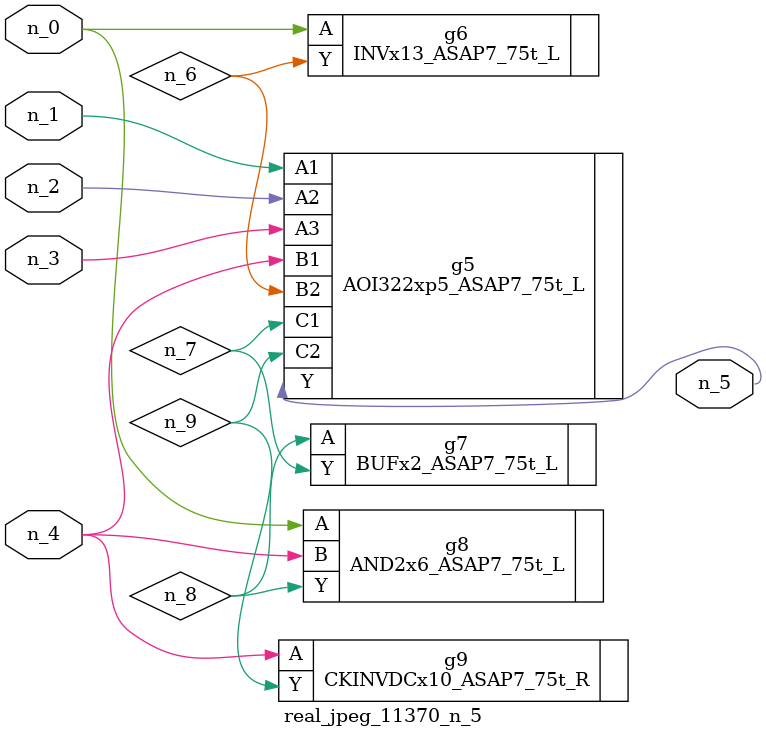
<source format=v>
module real_jpeg_11370_n_5 (n_4, n_0, n_1, n_2, n_3, n_5);

input n_4;
input n_0;
input n_1;
input n_2;
input n_3;

output n_5;

wire n_8;
wire n_6;
wire n_7;
wire n_9;

INVx13_ASAP7_75t_L g6 ( 
.A(n_0),
.Y(n_6)
);

AND2x6_ASAP7_75t_L g8 ( 
.A(n_0),
.B(n_4),
.Y(n_8)
);

AOI322xp5_ASAP7_75t_L g5 ( 
.A1(n_1),
.A2(n_2),
.A3(n_3),
.B1(n_4),
.B2(n_6),
.C1(n_7),
.C2(n_9),
.Y(n_5)
);

CKINVDCx10_ASAP7_75t_R g9 ( 
.A(n_4),
.Y(n_9)
);

BUFx2_ASAP7_75t_L g7 ( 
.A(n_8),
.Y(n_7)
);


endmodule
</source>
